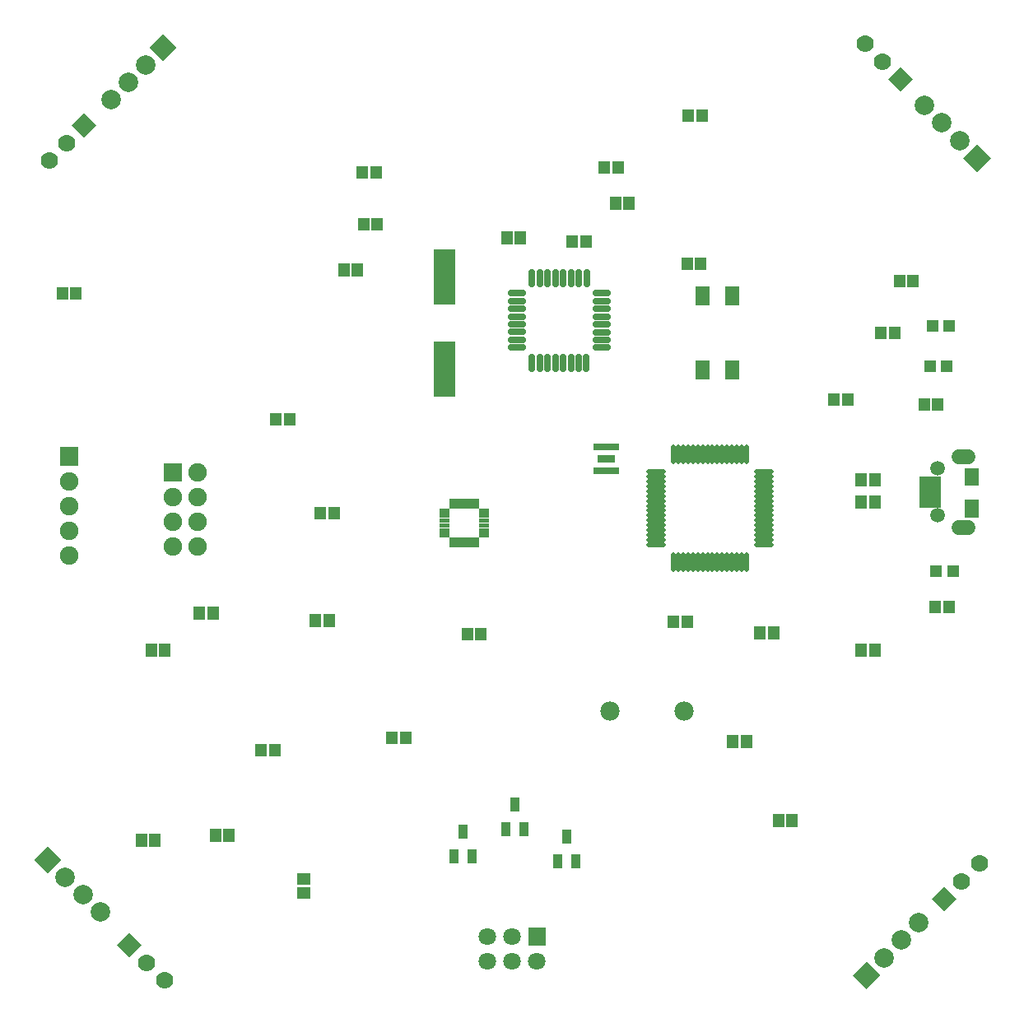
<source format=gts>
G04 Layer: TopSolderMaskLayer*
G04 EasyEDA v6.4.5, 2020-09-10T17:23:05--4:00*
G04 1c95f6ef93c34f1eadd188c2f50e5772,ebf70693e8d24e819ce4a1bff5f43d4f,10*
G04 Gerber Generator version 0.2*
G04 Scale: 100 percent, Rotated: No, Reflected: No *
G04 Dimensions in millimeters *
G04 leading zeros omitted , absolute positions ,3 integer and 3 decimal *
%FSLAX33Y33*%
%MOMM*%
G90*
G71D02*

%ADD38C,1.778000*%
%ADD47C,1.503197*%
%ADD48C,0.653212*%
%ADD49C,0.483210*%
%ADD62C,1.903197*%
%ADD63C,1.803197*%
%ADD66C,2.003196*%
%ADD67C,1.981200*%
%ADD68R,1.295400X1.193800*%

%LPD*%
G54D47*
G01X99172Y58949D02*
G01X100072Y58949D01*
G01X99172Y51710D02*
G01X100072Y51710D01*
G54D48*
G01X55240Y77964D02*
G01X55240Y76764D01*
G01X56040Y77964D02*
G01X56040Y76764D01*
G01X56841Y77964D02*
G01X56841Y76764D01*
G01X57641Y77964D02*
G01X57641Y76764D01*
G01X58438Y77964D02*
G01X58438Y76764D01*
G01X59238Y77964D02*
G01X59238Y76764D01*
G01X60038Y77964D02*
G01X60038Y76764D01*
G01X60839Y77964D02*
G01X60839Y76764D01*
G01X61803Y75789D02*
G01X63003Y75789D01*
G01X61803Y74989D02*
G01X63003Y74989D01*
G01X61803Y74189D02*
G01X63003Y74189D01*
G01X61803Y73389D02*
G01X63003Y73389D01*
G01X61803Y72591D02*
G01X63003Y72591D01*
G01X61803Y71791D02*
G01X63003Y71791D01*
G01X61803Y70991D02*
G01X63003Y70991D01*
G01X61803Y70191D02*
G01X63003Y70191D01*
G01X60828Y69201D02*
G01X60828Y68001D01*
G01X60028Y69201D02*
G01X60028Y68001D01*
G01X59228Y69201D02*
G01X59228Y68001D01*
G01X58428Y69201D02*
G01X58428Y68001D01*
G01X57631Y69201D02*
G01X57631Y68001D01*
G01X56830Y69201D02*
G01X56830Y68001D01*
G01X56030Y69201D02*
G01X56030Y68001D01*
G01X55230Y69201D02*
G01X55230Y68001D01*
G01X53066Y70201D02*
G01X54266Y70201D01*
G01X53066Y71001D02*
G01X54266Y71001D01*
G01X53066Y71801D02*
G01X54266Y71801D01*
G01X53066Y72601D02*
G01X54266Y72601D01*
G01X53066Y73399D02*
G01X54266Y73399D01*
G01X53066Y74199D02*
G01X54266Y74199D01*
G01X53066Y74999D02*
G01X54266Y74999D01*
G01X53066Y75799D02*
G01X54266Y75799D01*
G54D49*
G01X69778Y59988D02*
G01X69778Y58468D01*
G01X70278Y59988D02*
G01X70278Y58468D01*
G01X70778Y59988D02*
G01X70778Y58468D01*
G01X71278Y59988D02*
G01X71278Y58468D01*
G01X71778Y59988D02*
G01X71778Y58468D01*
G01X72278Y59988D02*
G01X72278Y58468D01*
G01X72778Y59988D02*
G01X72778Y58468D01*
G01X73278Y59988D02*
G01X73278Y58468D01*
G01X73778Y59988D02*
G01X73778Y58468D01*
G01X74278Y59988D02*
G01X74278Y58468D01*
G01X74778Y59988D02*
G01X74778Y58468D01*
G01X75278Y59988D02*
G01X75278Y58468D01*
G01X75778Y59988D02*
G01X75778Y58468D01*
G01X76278Y59988D02*
G01X76278Y58468D01*
G01X76778Y59988D02*
G01X76778Y58468D01*
G01X77278Y59988D02*
G01X77278Y58468D01*
G01X78318Y57429D02*
G01X79838Y57429D01*
G01X78318Y56928D02*
G01X79838Y56928D01*
G01X78318Y56429D02*
G01X79838Y56429D01*
G01X78318Y55928D02*
G01X79838Y55928D01*
G01X78318Y55429D02*
G01X79838Y55429D01*
G01X78318Y54928D02*
G01X79838Y54928D01*
G01X78318Y54429D02*
G01X79838Y54429D01*
G01X78318Y53928D02*
G01X79838Y53928D01*
G01X78318Y53429D02*
G01X79838Y53429D01*
G01X78318Y52928D02*
G01X79838Y52928D01*
G01X78318Y52429D02*
G01X79838Y52429D01*
G01X78318Y51928D02*
G01X79838Y51928D01*
G01X78318Y51429D02*
G01X79838Y51429D01*
G01X78318Y50928D02*
G01X79838Y50928D01*
G01X78318Y50429D02*
G01X79838Y50429D01*
G01X78318Y49928D02*
G01X79838Y49928D01*
G01X77278Y48889D02*
G01X77278Y47369D01*
G01X76778Y48889D02*
G01X76778Y47369D01*
G01X76278Y48889D02*
G01X76278Y47369D01*
G01X75778Y48889D02*
G01X75778Y47369D01*
G01X75278Y48889D02*
G01X75278Y47369D01*
G01X74778Y48889D02*
G01X74778Y47369D01*
G01X74278Y48889D02*
G01X74278Y47369D01*
G01X73778Y48889D02*
G01X73778Y47369D01*
G01X73278Y48889D02*
G01X73278Y47369D01*
G01X72778Y48889D02*
G01X72778Y47369D01*
G01X72278Y48889D02*
G01X72278Y47369D01*
G01X71778Y48889D02*
G01X71778Y47369D01*
G01X71278Y48889D02*
G01X71278Y47369D01*
G01X70778Y48889D02*
G01X70778Y47369D01*
G01X70278Y48889D02*
G01X70278Y47369D01*
G01X69778Y48889D02*
G01X69778Y47369D01*
G01X67218Y49928D02*
G01X68738Y49928D01*
G01X67218Y50429D02*
G01X68738Y50429D01*
G01X67218Y50928D02*
G01X68738Y50928D01*
G01X67218Y51429D02*
G01X68738Y51429D01*
G01X67218Y51928D02*
G01X68738Y51928D01*
G01X67218Y52429D02*
G01X68738Y52429D01*
G01X67218Y52928D02*
G01X68738Y52928D01*
G01X67218Y53429D02*
G01X68738Y53429D01*
G01X67218Y53928D02*
G01X68738Y53928D01*
G01X67218Y54429D02*
G01X68738Y54429D01*
G01X67218Y54928D02*
G01X68738Y54928D01*
G01X67218Y55429D02*
G01X68738Y55429D01*
G01X67218Y55928D02*
G01X68738Y55928D01*
G01X67218Y56429D02*
G01X68738Y56429D01*
G01X67218Y56928D02*
G01X68738Y56928D01*
G01X67218Y57429D02*
G01X68738Y57429D01*
G36*
G01X61509Y59607D02*
G01X61509Y60308D01*
G01X64212Y60308D01*
G01X64212Y59607D01*
G01X61509Y59607D01*
G37*
G36*
G01X61959Y58408D02*
G01X61959Y59109D01*
G01X63762Y59109D01*
G01X63762Y58408D01*
G01X61959Y58408D01*
G37*
G36*
G01X61509Y57209D02*
G01X61509Y57910D01*
G01X64212Y57910D01*
G01X64212Y57209D01*
G01X61509Y57209D01*
G37*
G36*
G01X78070Y40199D02*
G01X78070Y41504D01*
G01X79271Y41504D01*
G01X79271Y40199D01*
G01X78070Y40199D01*
G37*
G36*
G01X79469Y40199D02*
G01X79469Y41504D01*
G01X80671Y41504D01*
G01X80671Y40199D01*
G01X79469Y40199D01*
G37*
G36*
G01X32858Y52518D02*
G01X32858Y53823D01*
G01X34059Y53823D01*
G01X34059Y52518D01*
G01X32858Y52518D01*
G37*
G36*
G01X34257Y52518D02*
G01X34257Y53823D01*
G01X35459Y53823D01*
G01X35459Y52518D01*
G01X34257Y52518D01*
G37*
G36*
G01X14443Y18863D02*
G01X14443Y20168D01*
G01X15644Y20168D01*
G01X15644Y18863D01*
G01X14443Y18863D01*
G37*
G36*
G01X15842Y18863D02*
G01X15842Y20168D01*
G01X17044Y20168D01*
G01X17044Y18863D01*
G01X15842Y18863D01*
G37*
G36*
G01X69180Y41342D02*
G01X69180Y42647D01*
G01X70381Y42647D01*
G01X70381Y41342D01*
G01X69180Y41342D01*
G37*
G36*
G01X70579Y41342D02*
G01X70579Y42647D01*
G01X71781Y42647D01*
G01X71781Y41342D01*
G01X70579Y41342D01*
G37*
G36*
G01X89883Y53661D02*
G01X89883Y54966D01*
G01X91085Y54966D01*
G01X91085Y53661D01*
G01X89883Y53661D01*
G37*
G36*
G01X88484Y53661D02*
G01X88484Y54966D01*
G01X89685Y54966D01*
G01X89685Y53661D01*
G01X88484Y53661D01*
G37*
G36*
G01X89883Y55947D02*
G01X89883Y57252D01*
G01X91085Y57252D01*
G01X91085Y55947D01*
G01X89883Y55947D01*
G37*
G36*
G01X88484Y55947D02*
G01X88484Y57252D01*
G01X89685Y57252D01*
G01X89685Y55947D01*
G01X88484Y55947D01*
G37*
G36*
G01X88484Y38421D02*
G01X88484Y39726D01*
G01X89685Y39726D01*
G01X89685Y38421D01*
G01X88484Y38421D01*
G37*
G36*
G01X89883Y38421D02*
G01X89883Y39726D01*
G01X91085Y39726D01*
G01X91085Y38421D01*
G01X89883Y38421D01*
G37*
G36*
G01X85690Y64202D02*
G01X85690Y65507D01*
G01X86891Y65507D01*
G01X86891Y64202D01*
G01X85690Y64202D01*
G37*
G36*
G01X87089Y64202D02*
G01X87089Y65507D01*
G01X88291Y65507D01*
G01X88291Y64202D01*
G01X87089Y64202D01*
G37*
G36*
G01X49370Y40072D02*
G01X49370Y41377D01*
G01X50572Y41377D01*
G01X50572Y40072D01*
G01X49370Y40072D01*
G37*
G36*
G01X47971Y40072D02*
G01X47971Y41377D01*
G01X49172Y41377D01*
G01X49172Y40072D01*
G01X47971Y40072D01*
G37*
G36*
G01X92421Y76394D02*
G01X92421Y77699D01*
G01X93622Y77699D01*
G01X93622Y76394D01*
G01X92421Y76394D01*
G37*
G36*
G01X93820Y76394D02*
G01X93820Y77699D01*
G01X95022Y77699D01*
G01X95022Y76394D01*
G01X93820Y76394D01*
G37*
G36*
G01X40224Y29404D02*
G01X40224Y30709D01*
G01X41425Y30709D01*
G01X41425Y29404D01*
G01X40224Y29404D01*
G37*
G36*
G01X41623Y29404D02*
G01X41623Y30709D01*
G01X42825Y30709D01*
G01X42825Y29404D01*
G01X41623Y29404D01*
G37*
G36*
G01X79975Y20895D02*
G01X79975Y22200D01*
G01X81176Y22200D01*
G01X81176Y20895D01*
G01X79975Y20895D01*
G37*
G36*
G01X81374Y20895D02*
G01X81374Y22200D01*
G01X82576Y22200D01*
G01X82576Y20895D01*
G01X81374Y20895D01*
G37*
G36*
G01X28161Y28134D02*
G01X28161Y29439D01*
G01X29363Y29439D01*
G01X29363Y28134D01*
G01X28161Y28134D01*
G37*
G36*
G01X26762Y28134D02*
G01X26762Y29439D01*
G01X27963Y29439D01*
G01X27963Y28134D01*
G01X26762Y28134D01*
G37*
G36*
G01X95037Y56292D02*
G01X95037Y56945D01*
G01X97239Y56945D01*
G01X97239Y56292D01*
G01X95037Y56292D01*
G37*
G36*
G01X95037Y55642D02*
G01X95037Y56295D01*
G01X97239Y56295D01*
G01X97239Y55642D01*
G01X95037Y55642D01*
G37*
G36*
G01X95037Y54992D02*
G01X95037Y55644D01*
G01X97239Y55644D01*
G01X97239Y54992D01*
G01X95037Y54992D01*
G37*
G36*
G01X95037Y54341D02*
G01X95037Y54997D01*
G01X97239Y54997D01*
G01X97239Y54341D01*
G01X95037Y54341D01*
G37*
G36*
G01X95037Y53691D02*
G01X95037Y54346D01*
G01X97239Y54346D01*
G01X97239Y53691D01*
G01X95037Y53691D01*
G37*
G36*
G01X99749Y56023D02*
G01X99749Y57826D01*
G01X101151Y57826D01*
G01X101151Y56023D01*
G01X99749Y56023D01*
G37*
G36*
G01X99731Y52744D02*
G01X99731Y54547D01*
G01X101136Y54547D01*
G01X101136Y52744D01*
G01X99731Y52744D01*
G37*
G54D47*
G01X96922Y52919D03*
G01X96922Y57760D03*
G36*
G01X45746Y53148D02*
G01X45746Y53651D01*
G01X46752Y53651D01*
G01X46752Y53148D01*
G01X45746Y53148D01*
G37*
G36*
G01X45746Y52665D02*
G01X45746Y53168D01*
G01X46752Y53168D01*
G01X46752Y52665D01*
G01X45746Y52665D01*
G37*
G36*
G01X45746Y52157D02*
G01X45746Y52660D01*
G01X46752Y52660D01*
G01X46752Y52157D01*
G01X45746Y52157D01*
G37*
G36*
G01X45746Y51649D02*
G01X45746Y52152D01*
G01X46752Y52152D01*
G01X46752Y51649D01*
G01X45746Y51649D01*
G37*
G36*
G01X45746Y51141D02*
G01X45746Y51644D01*
G01X46752Y51644D01*
G01X46752Y51141D01*
G01X45746Y51141D01*
G37*
G36*
G01X45746Y50658D02*
G01X45746Y51161D01*
G01X46752Y51161D01*
G01X46752Y50658D01*
G01X45746Y50658D01*
G37*
G36*
G01X46759Y49645D02*
G01X46759Y50648D01*
G01X47262Y50648D01*
G01X47262Y49645D01*
G01X46759Y49645D01*
G37*
G36*
G01X47242Y49645D02*
G01X47242Y50648D01*
G01X47745Y50648D01*
G01X47745Y49645D01*
G01X47242Y49645D01*
G37*
G36*
G01X47750Y49645D02*
G01X47750Y50648D01*
G01X48253Y50648D01*
G01X48253Y49645D01*
G01X47750Y49645D01*
G37*
G36*
G01X48258Y49645D02*
G01X48258Y50648D01*
G01X48761Y50648D01*
G01X48761Y49645D01*
G01X48258Y49645D01*
G37*
G36*
G01X48766Y49645D02*
G01X48766Y50648D01*
G01X49269Y50648D01*
G01X49269Y49645D01*
G01X48766Y49645D01*
G37*
G36*
G01X49249Y49645D02*
G01X49249Y50648D01*
G01X49751Y50648D01*
G01X49751Y49645D01*
G01X49249Y49645D01*
G37*
G36*
G01X49762Y50658D02*
G01X49762Y51161D01*
G01X50765Y51161D01*
G01X50765Y50658D01*
G01X49762Y50658D01*
G37*
G36*
G01X49762Y51141D02*
G01X49762Y51644D01*
G01X50765Y51644D01*
G01X50765Y51141D01*
G01X49762Y51141D01*
G37*
G36*
G01X49762Y51649D02*
G01X49762Y52152D01*
G01X50765Y52152D01*
G01X50765Y51649D01*
G01X49762Y51649D01*
G37*
G36*
G01X49762Y52157D02*
G01X49762Y52660D01*
G01X50765Y52660D01*
G01X50765Y52157D01*
G01X49762Y52157D01*
G37*
G36*
G01X49762Y52665D02*
G01X49762Y53168D01*
G01X50765Y53168D01*
G01X50765Y52665D01*
G01X49762Y52665D01*
G37*
G36*
G01X49762Y53148D02*
G01X49762Y53651D01*
G01X50765Y53651D01*
G01X50765Y53148D01*
G01X49762Y53148D01*
G37*
G36*
G01X49249Y53658D02*
G01X49249Y54661D01*
G01X49751Y54661D01*
G01X49751Y53658D01*
G01X49249Y53658D01*
G37*
G36*
G01X48766Y53658D02*
G01X48766Y54661D01*
G01X49269Y54661D01*
G01X49269Y53658D01*
G01X48766Y53658D01*
G37*
G36*
G01X48258Y53658D02*
G01X48258Y54661D01*
G01X48761Y54661D01*
G01X48761Y53658D01*
G01X48258Y53658D01*
G37*
G36*
G01X47750Y53658D02*
G01X47750Y54661D01*
G01X48253Y54661D01*
G01X48253Y53658D01*
G01X47750Y53658D01*
G37*
G36*
G01X47242Y53658D02*
G01X47242Y54661D01*
G01X47745Y54661D01*
G01X47745Y53658D01*
G01X47242Y53658D01*
G37*
G36*
G01X46759Y53658D02*
G01X46759Y54661D01*
G01X47262Y54661D01*
G01X47262Y53658D01*
G01X46759Y53658D01*
G37*
G36*
G01X38702Y82236D02*
G01X38702Y83541D01*
G01X39904Y83541D01*
G01X39904Y82236D01*
G01X38702Y82236D01*
G37*
G36*
G01X37303Y82236D02*
G01X37303Y83541D01*
G01X38504Y83541D01*
G01X38504Y82236D01*
G01X37303Y82236D01*
G37*
G36*
G01X21811Y42231D02*
G01X21811Y43536D01*
G01X23013Y43536D01*
G01X23013Y42231D01*
G01X21811Y42231D01*
G37*
G36*
G01X20412Y42231D02*
G01X20412Y43536D01*
G01X21613Y43536D01*
G01X21613Y42231D01*
G01X20412Y42231D01*
G37*
G36*
G01X15459Y38421D02*
G01X15459Y39726D01*
G01X16660Y39726D01*
G01X16660Y38421D01*
G01X15459Y38421D01*
G37*
G36*
G01X16858Y38421D02*
G01X16858Y39726D01*
G01X18060Y39726D01*
G01X18060Y38421D01*
G01X16858Y38421D01*
G37*
G36*
G01X32350Y41469D02*
G01X32350Y42774D01*
G01X33551Y42774D01*
G01X33551Y41469D01*
G01X32350Y41469D01*
G37*
G36*
G01X33749Y41469D02*
G01X33749Y42774D01*
G01X34951Y42774D01*
G01X34951Y41469D01*
G01X33749Y41469D01*
G37*
G54D38*
G01X101232Y17120D03*
G01X99436Y15324D03*
G36*
G01X97641Y12271D02*
G01X96383Y13529D01*
G01X97641Y14786D01*
G01X98898Y13529D01*
G01X97641Y12271D01*
G37*
G01X89512Y101448D03*
G01X91308Y99652D03*
G36*
G01X93104Y96599D02*
G01X91847Y97857D01*
G01X93104Y99114D01*
G01X94361Y97857D01*
G01X93104Y96599D01*
G37*
G01X17412Y5146D03*
G01X15616Y6942D03*
G36*
G01X13821Y7481D02*
G01X12563Y8738D01*
G01X13821Y9996D01*
G01X15078Y8738D01*
G01X13821Y7481D01*
G37*
G01X5565Y89474D03*
G01X7361Y91270D03*
G36*
G01X9157Y91809D02*
G01X7900Y93066D01*
G01X9157Y94324D01*
G01X10414Y93066D01*
G01X9157Y91809D01*
G37*
G36*
G01X45121Y65126D02*
G01X45121Y70831D01*
G01X47326Y70831D01*
G01X47326Y65126D01*
G01X45121Y65126D01*
G37*
G36*
G01X45121Y74626D02*
G01X45121Y80331D01*
G01X47326Y80331D01*
G01X47326Y74626D01*
G01X45121Y74626D01*
G37*
G36*
G01X35271Y77537D02*
G01X35271Y78842D01*
G01X36472Y78842D01*
G01X36472Y77537D01*
G01X35271Y77537D01*
G37*
G36*
G01X36670Y77537D02*
G01X36670Y78842D01*
G01X37872Y78842D01*
G01X37872Y77537D01*
G01X36670Y77537D01*
G37*
G36*
G01X28286Y62170D02*
G01X28286Y63475D01*
G01X29487Y63475D01*
G01X29487Y62170D01*
G01X28286Y62170D01*
G37*
G36*
G01X29685Y62170D02*
G01X29685Y63475D01*
G01X30887Y63475D01*
G01X30887Y62170D01*
G01X29685Y62170D01*
G37*
G36*
G01X31093Y14916D02*
G01X31093Y16117D01*
G01X32398Y16117D01*
G01X32398Y14916D01*
G01X31093Y14916D01*
G37*
G36*
G01X31093Y13516D02*
G01X31093Y14717D01*
G01X32398Y14717D01*
G01X32398Y13516D01*
G01X31093Y13516D01*
G37*
G36*
G01X70704Y93412D02*
G01X70704Y94717D01*
G01X71905Y94717D01*
G01X71905Y93412D01*
G01X70704Y93412D01*
G37*
G36*
G01X72103Y93412D02*
G01X72103Y94717D01*
G01X73305Y94717D01*
G01X73305Y93412D01*
G01X72103Y93412D01*
G37*
G36*
G01X6315Y75124D02*
G01X6315Y76429D01*
G01X7516Y76429D01*
G01X7516Y75124D01*
G01X6315Y75124D01*
G37*
G36*
G01X7714Y75124D02*
G01X7714Y76429D01*
G01X8916Y76429D01*
G01X8916Y75124D01*
G01X7714Y75124D01*
G37*
G36*
G01X37176Y87570D02*
G01X37176Y88875D01*
G01X38377Y88875D01*
G01X38377Y87570D01*
G01X37176Y87570D01*
G37*
G36*
G01X38575Y87570D02*
G01X38575Y88875D01*
G01X39777Y88875D01*
G01X39777Y87570D01*
G01X38575Y87570D01*
G37*
G36*
G01X47676Y19658D02*
G01X47676Y21111D01*
G01X48580Y21111D01*
G01X48580Y19658D01*
G01X47676Y19658D01*
G37*
G36*
G01X48626Y17158D02*
G01X48626Y18611D01*
G01X49530Y18611D01*
G01X49530Y17158D01*
G01X48626Y17158D01*
G37*
G36*
G01X46726Y17158D02*
G01X46726Y18611D01*
G01X47631Y18611D01*
G01X47631Y17158D01*
G01X46726Y17158D01*
G37*
G36*
G01X75276Y29023D02*
G01X75276Y30328D01*
G01X76477Y30328D01*
G01X76477Y29023D01*
G01X75276Y29023D01*
G37*
G36*
G01X76675Y29023D02*
G01X76675Y30328D01*
G01X77877Y30328D01*
G01X77877Y29023D01*
G01X76675Y29023D01*
G37*
G36*
G01X22063Y19371D02*
G01X22063Y20676D01*
G01X23264Y20676D01*
G01X23264Y19371D01*
G01X22063Y19371D01*
G37*
G36*
G01X23462Y19371D02*
G01X23462Y20676D01*
G01X24664Y20676D01*
G01X24664Y19371D01*
G01X23462Y19371D01*
G37*
G36*
G01X17331Y56409D02*
G01X17331Y58314D01*
G01X19236Y58314D01*
G01X19236Y56409D01*
G01X17331Y56409D01*
G37*
G54D62*
G01X20823Y57361D03*
G01X18283Y54821D03*
G01X20823Y54821D03*
G01X18283Y52281D03*
G01X20823Y52281D03*
G01X18283Y49741D03*
G01X20823Y49741D03*
G36*
G01X70577Y78172D02*
G01X70577Y79477D01*
G01X71778Y79477D01*
G01X71778Y78172D01*
G01X70577Y78172D01*
G37*
G36*
G01X71976Y78172D02*
G01X71976Y79477D01*
G01X73178Y79477D01*
G01X73178Y78172D01*
G01X71976Y78172D01*
G37*
G36*
G01X63211Y84395D02*
G01X63211Y85700D01*
G01X64412Y85700D01*
G01X64412Y84395D01*
G01X63211Y84395D01*
G37*
G36*
G01X64610Y84395D02*
G01X64610Y85700D01*
G01X65812Y85700D01*
G01X65812Y84395D01*
G01X64610Y84395D01*
G37*
G36*
G01X62068Y88078D02*
G01X62068Y89383D01*
G01X63269Y89383D01*
G01X63269Y88078D01*
G01X62068Y88078D01*
G37*
G36*
G01X63467Y88078D02*
G01X63467Y89383D01*
G01X64669Y89383D01*
G01X64669Y88078D01*
G01X63467Y88078D01*
G37*
G54D63*
G01X50668Y7069D03*
G01X50668Y9609D03*
G01X53208Y7069D03*
G01X53208Y9609D03*
G01X55748Y7069D03*
G36*
G01X54847Y8708D02*
G01X54847Y10511D01*
G01X56650Y10511D01*
G01X56650Y8708D01*
G01X54847Y8708D01*
G37*
G36*
G01X100988Y88304D02*
G01X99571Y89719D01*
G01X100988Y91136D01*
G01X102403Y89719D01*
G01X100988Y88304D01*
G37*
G54D66*
G01X99192Y91515D03*
G01X97395Y93311D03*
G01X95599Y95108D03*
G36*
G01X17295Y99660D02*
G01X15878Y101077D01*
G01X17295Y102492D01*
G01X18710Y101077D01*
G01X17295Y99660D01*
G37*
G01X15499Y99281D03*
G01X13702Y97484D03*
G01X11906Y95688D03*
G36*
G01X5428Y16094D02*
G01X4014Y17511D01*
G01X5428Y18926D01*
G01X6846Y17511D01*
G01X5428Y16094D01*
G37*
G01X7225Y15714D03*
G01X9022Y13918D03*
G01X10818Y12122D03*
G36*
G01X89629Y4230D02*
G01X88215Y5645D01*
G01X89629Y7062D01*
G01X91047Y5645D01*
G01X89629Y4230D01*
G37*
G01X91426Y7441D03*
G01X93223Y9237D03*
G01X95019Y11034D03*
G36*
G01X58344Y19150D02*
G01X58344Y20603D01*
G01X59248Y20603D01*
G01X59248Y19150D01*
G01X58344Y19150D01*
G37*
G36*
G01X59294Y16650D02*
G01X59294Y18103D01*
G01X60198Y18103D01*
G01X60198Y16650D01*
G01X59294Y16650D01*
G37*
G36*
G01X57394Y16650D02*
G01X57394Y18103D01*
G01X58299Y18103D01*
G01X58299Y16650D01*
G01X57394Y16650D01*
G37*
G36*
G01X53010Y22452D02*
G01X53010Y23905D01*
G01X53914Y23905D01*
G01X53914Y22452D01*
G01X53010Y22452D01*
G37*
G36*
G01X53960Y19952D02*
G01X53960Y21405D01*
G01X54864Y21405D01*
G01X54864Y19952D01*
G01X53960Y19952D01*
G37*
G36*
G01X52060Y19952D02*
G01X52060Y21405D01*
G01X52965Y21405D01*
G01X52965Y19952D01*
G01X52060Y19952D01*
G37*
G36*
G01X6663Y58060D02*
G01X6663Y59965D01*
G01X8568Y59965D01*
G01X8568Y58060D01*
G01X6663Y58060D01*
G37*
G54D62*
G01X7615Y56472D03*
G01X7615Y53932D03*
G01X7615Y51392D03*
G01X7615Y48852D03*
G36*
G01X58766Y80458D02*
G01X58766Y81763D01*
G01X59967Y81763D01*
G01X59967Y80458D01*
G01X58766Y80458D01*
G37*
G36*
G01X60165Y80458D02*
G01X60165Y81763D01*
G01X61367Y81763D01*
G01X61367Y80458D01*
G01X60165Y80458D01*
G37*
G36*
G01X52035Y80839D02*
G01X52035Y82144D01*
G01X53236Y82144D01*
G01X53236Y80839D01*
G01X52035Y80839D01*
G37*
G36*
G01X53434Y80839D02*
G01X53434Y82144D01*
G01X54636Y82144D01*
G01X54636Y80839D01*
G01X53434Y80839D01*
G37*
G54D67*
G01X63252Y32850D03*
G01X70851Y32850D03*
G36*
G01X90516Y71060D02*
G01X90516Y72365D01*
G01X91717Y72365D01*
G01X91717Y71060D01*
G01X90516Y71060D01*
G37*
G36*
G01X91915Y71060D02*
G01X91915Y72365D01*
G01X93117Y72365D01*
G01X93117Y71060D01*
G01X91915Y71060D01*
G37*
G36*
G01X94961Y63694D02*
G01X94961Y64999D01*
G01X96162Y64999D01*
G01X96162Y63694D01*
G01X94961Y63694D01*
G37*
G36*
G01X96360Y63694D02*
G01X96360Y64999D01*
G01X97562Y64999D01*
G01X97562Y63694D01*
G01X96360Y63694D01*
G37*
G54D68*
G01X98128Y72474D03*
G01X96426Y72474D03*
G01X97874Y68283D03*
G01X96172Y68283D03*
G36*
G01X96104Y42866D02*
G01X96104Y44171D01*
G01X97305Y44171D01*
G01X97305Y42866D01*
G01X96104Y42866D01*
G37*
G36*
G01X97503Y42866D02*
G01X97503Y44171D01*
G01X98705Y44171D01*
G01X98705Y42866D01*
G01X97503Y42866D01*
G37*
G01X98509Y47201D03*
G01X96807Y47201D03*
G36*
G01X75113Y74570D02*
G01X75113Y76475D01*
G01X76515Y76475D01*
G01X76515Y74570D01*
G01X75113Y74570D01*
G37*
G36*
G01X72065Y74570D02*
G01X72065Y76475D01*
G01X73467Y76475D01*
G01X73467Y74570D01*
G01X72065Y74570D01*
G37*
G36*
G01X75113Y66950D02*
G01X75113Y68855D01*
G01X76515Y68855D01*
G01X76515Y66950D01*
G01X75113Y66950D01*
G37*
G36*
G01X72065Y66950D02*
G01X72065Y68855D01*
G01X73467Y68855D01*
G01X73467Y66950D01*
G01X72065Y66950D01*
G37*
M00*
M02*

</source>
